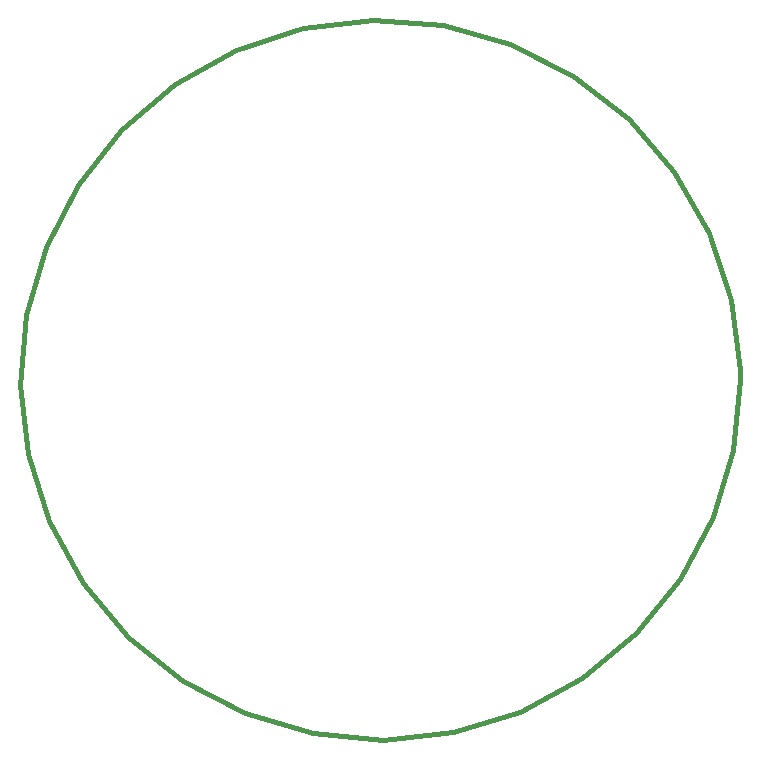
<source format=gbr>
G04 (created by PCBNEW-RS274X (2012-apr-16-27)-stable) date Tue 24 Jun 2014 04:12:54 AM EDT*
G01*
G70*
G90*
%MOIN*%
G04 Gerber Fmt 3.4, Leading zero omitted, Abs format*
%FSLAX34Y34*%
G04 APERTURE LIST*
%ADD10C,0.006000*%
%ADD11C,0.015000*%
G04 APERTURE END LIST*
G54D10*
G54D11*
X71000Y-39500D02*
X70771Y-41830D01*
X70094Y-44072D01*
X68995Y-46140D01*
X67514Y-47955D01*
X65710Y-49448D01*
X63650Y-50562D01*
X61412Y-51254D01*
X59083Y-51499D01*
X56752Y-51287D01*
X54505Y-50626D01*
X52430Y-49541D01*
X50605Y-48073D01*
X49099Y-46279D01*
X47971Y-44227D01*
X47263Y-41994D01*
X47002Y-39667D01*
X47198Y-37334D01*
X47843Y-35083D01*
X48914Y-33000D01*
X50368Y-31165D01*
X52152Y-29647D01*
X54196Y-28504D01*
X56424Y-27780D01*
X58749Y-27503D01*
X61083Y-27683D01*
X63339Y-28313D01*
X65429Y-29369D01*
X67275Y-30810D01*
X68805Y-32583D01*
X69962Y-34620D01*
X70701Y-36842D01*
X70995Y-39165D01*
X71000Y-39500D01*
M02*

</source>
